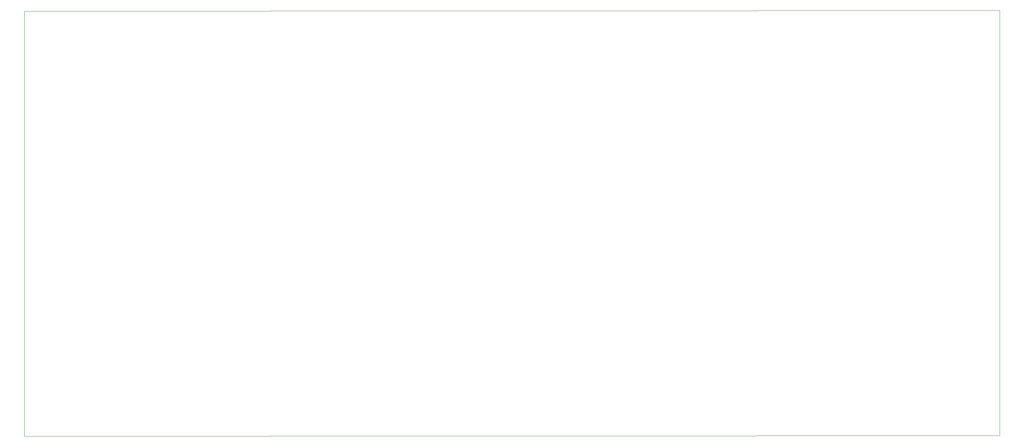
<source format=gm1>
%TF.GenerationSoftware,KiCad,Pcbnew,9.0.7*%
%TF.CreationDate,2026-01-18T23:39:19-08:00*%
%TF.ProjectId,STM32_HID_controller,53544d33-325f-4484-9944-5f636f6e7472,rev?*%
%TF.SameCoordinates,Original*%
%TF.FileFunction,Profile,NP*%
%FSLAX46Y46*%
G04 Gerber Fmt 4.6, Leading zero omitted, Abs format (unit mm)*
G04 Created by KiCad (PCBNEW 9.0.7) date 2026-01-18 23:39:19*
%MOMM*%
%LPD*%
G01*
G04 APERTURE LIST*
%TA.AperFunction,Profile*%
%ADD10C,0.050000*%
%TD*%
G04 APERTURE END LIST*
D10*
X44800000Y-120900000D02*
X44800000Y-17350000D01*
X282100000Y-120750000D02*
X44800000Y-120900000D01*
X44800000Y-17350000D02*
X282100000Y-17200000D01*
X282100000Y-17200000D02*
X282100000Y-120750000D01*
M02*

</source>
